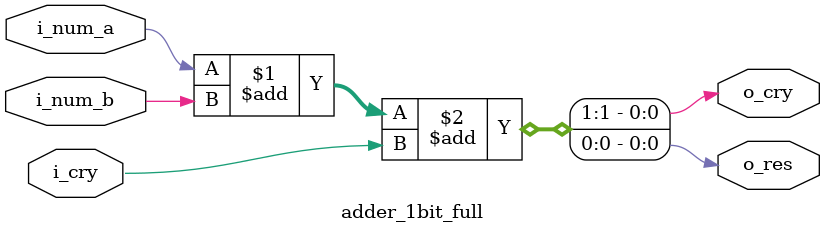
<source format=sv>
/*
 * @Author      : myyerrol
 * @Date        : 2024-06-22 20:56:57
 * @LastEditors : myyerrol
 * @LastEditTime: 2024-06-28 21:16:44
 * @FilePath    : /memdsl-cpu/meteor/ip/sv/common/adder/rtl/adder_1bit_full.sv
 * @Description : 1bit full adder
 *
 *  Copyright (c) 2024 by myyerrol, All Rights Reserved.
 */

/**
 * @description: 1bit full adder
 * @param i_num_a {logic} Number a
 * @param i_num_b {logic} Number b
 * @param i_cry   {logic} Carry from low bit
 * @param o_res   {logic} Result
 * @param o_cry   {logic} Carry to high bit
 */
module adder_1bit_full (
    input  logic i_num_a,
    input  logic i_num_b,
    input  logic i_cry,
    output logic o_res,
    output logic o_cry
);

    /** Output result and carry bits. */
    assign { o_cry, o_res } = i_num_a + i_num_b + i_cry;

endmodule

</source>
